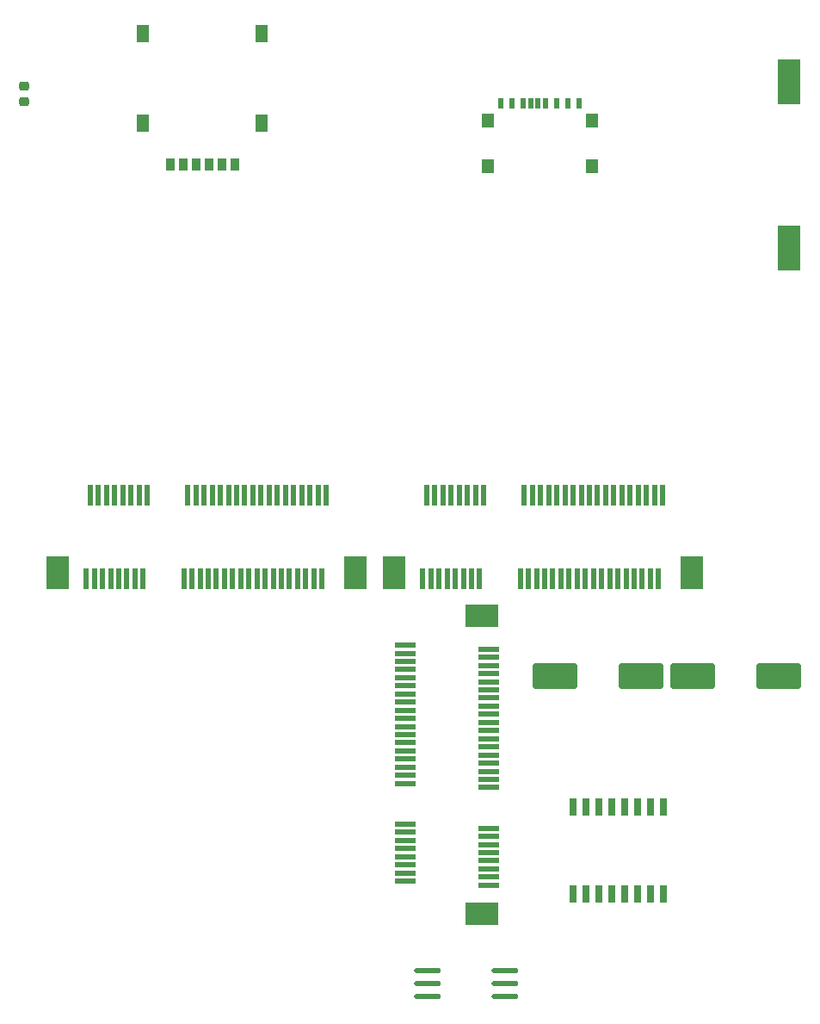
<source format=gbr>
%TF.GenerationSoftware,KiCad,Pcbnew,9.0.3*%
%TF.CreationDate,2025-10-22T18:56:13+03:00*%
%TF.ProjectId,ThingsGate-1,5468696e-6773-4476-9174-652d312e6b69,rev?*%
%TF.SameCoordinates,Original*%
%TF.FileFunction,Paste,Top*%
%TF.FilePolarity,Positive*%
%FSLAX46Y46*%
G04 Gerber Fmt 4.6, Leading zero omitted, Abs format (unit mm)*
G04 Created by KiCad (PCBNEW 9.0.3) date 2025-10-22 18:56:13*
%MOMM*%
%LPD*%
G01*
G04 APERTURE LIST*
G04 Aperture macros list*
%AMRoundRect*
0 Rectangle with rounded corners*
0 $1 Rounding radius*
0 $2 $3 $4 $5 $6 $7 $8 $9 X,Y pos of 4 corners*
0 Add a 4 corners polygon primitive as box body*
4,1,4,$2,$3,$4,$5,$6,$7,$8,$9,$2,$3,0*
0 Add four circle primitives for the rounded corners*
1,1,$1+$1,$2,$3*
1,1,$1+$1,$4,$5*
1,1,$1+$1,$6,$7*
1,1,$1+$1,$8,$9*
0 Add four rect primitives between the rounded corners*
20,1,$1+$1,$2,$3,$4,$5,0*
20,1,$1+$1,$4,$5,$6,$7,0*
20,1,$1+$1,$6,$7,$8,$9,0*
20,1,$1+$1,$8,$9,$2,$3,0*%
G04 Aperture macros list end*
%ADD10RoundRect,0.250000X1.950000X1.000000X-1.950000X1.000000X-1.950000X-1.000000X1.950000X-1.000000X0*%
%ADD11R,0.500000X1.000000*%
%ADD12R,1.300000X1.400000*%
%ADD13RoundRect,0.250000X-1.950000X-1.000000X1.950000X-1.000000X1.950000X1.000000X-1.950000X1.000000X0*%
%ADD14O,2.655000X0.560000*%
%ADD15R,0.760000X1.670000*%
%ADD16R,2.000000X0.600000*%
%ADD17R,3.200000X2.300000*%
%ADD18R,2.300000X4.500000*%
%ADD19R,0.900000X1.200000*%
%ADD20R,1.300000X1.800000*%
%ADD21R,0.600000X2.000000*%
%ADD22R,2.300000X3.200000*%
%ADD23RoundRect,0.218750X0.256250X-0.218750X0.256250X0.218750X-0.256250X0.218750X-0.256250X-0.218750X0*%
G04 APERTURE END LIST*
D10*
%TO.C,C9*%
X95700000Y-76750000D03*
X87300000Y-76750000D03*
%TD*%
D11*
%TO.C,U15*%
X68400000Y-20407600D03*
X69500100Y-20407600D03*
X70599900Y-20407600D03*
X71350000Y-20407600D03*
X72800000Y-20407600D03*
X73899900Y-20407600D03*
X74999900Y-20407600D03*
X76100000Y-20407600D03*
X72050000Y-20407600D03*
D12*
X77349900Y-22142600D03*
X77349900Y-26592500D03*
X67150100Y-26592500D03*
X67150100Y-22142600D03*
%TD*%
D13*
%TO.C,C10*%
X73750000Y-76750000D03*
X82150000Y-76750000D03*
%TD*%
D14*
%TO.C,SW1*%
X61197500Y-105730000D03*
X61197500Y-107000000D03*
X61197500Y-108270000D03*
X68802500Y-108270000D03*
X68802500Y-107000000D03*
X68802500Y-105730000D03*
%TD*%
D15*
%TO.C,T1*%
X84390000Y-89620000D03*
X83120000Y-89620000D03*
X81850000Y-89620000D03*
X80580000Y-89620000D03*
X79310000Y-89620000D03*
X78040000Y-89620000D03*
X76770000Y-89620000D03*
X75500000Y-89620000D03*
X75500000Y-98150000D03*
X76770000Y-98150000D03*
X78040000Y-98150000D03*
X79310000Y-98150000D03*
X80580000Y-98150000D03*
X81850000Y-98150000D03*
X83120000Y-98150000D03*
X84390000Y-98150000D03*
%TD*%
D16*
%TO.C,U2*%
X67152959Y-97300000D03*
X58952959Y-96900000D03*
X67152959Y-96500000D03*
X58952959Y-96100000D03*
X67152959Y-95700000D03*
X58952959Y-95300000D03*
X67152959Y-94900000D03*
X58952959Y-94500000D03*
X67152959Y-94100000D03*
X58952959Y-93700000D03*
X67152959Y-93300000D03*
X58952959Y-92900000D03*
X67152959Y-92500000D03*
X58952959Y-92100000D03*
X67152959Y-91700000D03*
X58952959Y-91300000D03*
X67152959Y-87700000D03*
X58952959Y-87300000D03*
X67152959Y-86900000D03*
X58952959Y-86500000D03*
X67152959Y-86100000D03*
X58952959Y-85700000D03*
X67152959Y-85300000D03*
X58952959Y-84900000D03*
X67152959Y-84500000D03*
X58952959Y-84100000D03*
X67152959Y-83700000D03*
X58952959Y-83300000D03*
X67152959Y-82900000D03*
X58952959Y-82500000D03*
X67152959Y-82100000D03*
X58952959Y-81700000D03*
X67152959Y-81300000D03*
X58952959Y-80900000D03*
X67152959Y-80500000D03*
X58952959Y-80100000D03*
X67152959Y-79700000D03*
X58952959Y-79300000D03*
X67152959Y-78900000D03*
X58952959Y-78500000D03*
X67152959Y-78100000D03*
X58952959Y-77700000D03*
X67152959Y-77300000D03*
X58952959Y-76900000D03*
X67152959Y-76500000D03*
X58952959Y-76100000D03*
X67152959Y-75700000D03*
X58952959Y-75300000D03*
X67152959Y-74900000D03*
X58952959Y-74500000D03*
X67152959Y-74100000D03*
X58952959Y-73700000D03*
D17*
X66552959Y-100150000D03*
X66552959Y-70850000D03*
%TD*%
D18*
%TO.C,BT1*%
X96750000Y-34700000D03*
X96750000Y-18300000D03*
%TD*%
D19*
%TO.C,U16*%
X42175100Y-26449900D03*
X39635100Y-26449900D03*
X37095100Y-26449900D03*
X40905100Y-26449900D03*
X38365100Y-26449900D03*
X35825100Y-26449900D03*
D20*
X44850000Y-13550100D03*
X44850000Y-22349900D03*
X33150000Y-22349900D03*
X33150000Y-13550100D03*
%TD*%
D21*
%TO.C,U7*%
X27588849Y-67183467D03*
X27988849Y-58983467D03*
X28388849Y-67183467D03*
X28788849Y-58983467D03*
X29188849Y-67183467D03*
X29588849Y-58983467D03*
X29988849Y-67183467D03*
X30388849Y-58983467D03*
X30788849Y-67183467D03*
X31188849Y-58983467D03*
X31588849Y-67183467D03*
X31988849Y-58983467D03*
X32388849Y-67183467D03*
X32788849Y-58983467D03*
X33188849Y-67183467D03*
X33588849Y-58983467D03*
X37188849Y-67183467D03*
X37588849Y-58983467D03*
X37988849Y-67183467D03*
X38388849Y-58983467D03*
X38788849Y-67183467D03*
X39188849Y-58983467D03*
X39588849Y-67183467D03*
X39988849Y-58983467D03*
X40388849Y-67183467D03*
X40788849Y-58983467D03*
X41188849Y-67183467D03*
X41588849Y-58983467D03*
X41988849Y-67183467D03*
X42388849Y-58983467D03*
X42788849Y-67183467D03*
X43188849Y-58983467D03*
X43588849Y-67183467D03*
X43988849Y-58983467D03*
X44388849Y-67183467D03*
X44788849Y-58983467D03*
X45188849Y-67183467D03*
X45588849Y-58983467D03*
X45988849Y-67183467D03*
X46388849Y-58983467D03*
X46788849Y-67183467D03*
X47188849Y-58983467D03*
X47588849Y-67183467D03*
X47988849Y-58983467D03*
X48388849Y-67183467D03*
X48788849Y-58983467D03*
X49188849Y-67183467D03*
X49588849Y-58983467D03*
X49988849Y-67183467D03*
X50388849Y-58983467D03*
X50788849Y-67183467D03*
X51188849Y-58983467D03*
D22*
X24738849Y-66583467D03*
X54038849Y-66583467D03*
%TD*%
D21*
%TO.C,U8*%
X60700000Y-67152959D03*
X61100000Y-58952959D03*
X61500000Y-67152959D03*
X61900000Y-58952959D03*
X62300000Y-67152959D03*
X62700000Y-58952959D03*
X63100000Y-67152959D03*
X63500000Y-58952959D03*
X63900000Y-67152959D03*
X64300000Y-58952959D03*
X64700000Y-67152959D03*
X65100000Y-58952959D03*
X65500000Y-67152959D03*
X65900000Y-58952959D03*
X66300000Y-67152959D03*
X66700000Y-58952959D03*
X70300000Y-67152959D03*
X70700000Y-58952959D03*
X71100000Y-67152959D03*
X71500000Y-58952959D03*
X71900000Y-67152959D03*
X72300000Y-58952959D03*
X72700000Y-67152959D03*
X73100000Y-58952959D03*
X73500000Y-67152959D03*
X73900000Y-58952959D03*
X74300000Y-67152959D03*
X74700000Y-58952959D03*
X75100000Y-67152959D03*
X75500000Y-58952959D03*
X75900000Y-67152959D03*
X76300000Y-58952959D03*
X76700000Y-67152959D03*
X77100000Y-58952959D03*
X77500000Y-67152959D03*
X77900000Y-58952959D03*
X78300000Y-67152959D03*
X78700000Y-58952959D03*
X79100000Y-67152959D03*
X79500000Y-58952959D03*
X79900000Y-67152959D03*
X80300000Y-58952959D03*
X80700000Y-67152959D03*
X81100000Y-58952959D03*
X81500000Y-67152959D03*
X81900000Y-58952959D03*
X82300000Y-67152959D03*
X82700000Y-58952959D03*
X83100000Y-67152959D03*
X83500000Y-58952959D03*
X83900000Y-67152959D03*
X84300000Y-58952959D03*
D22*
X57850000Y-66552959D03*
X87150000Y-66552959D03*
%TD*%
D23*
%TO.C,D12*%
X21500000Y-20287500D03*
X21500000Y-18712500D03*
%TD*%
M02*

</source>
